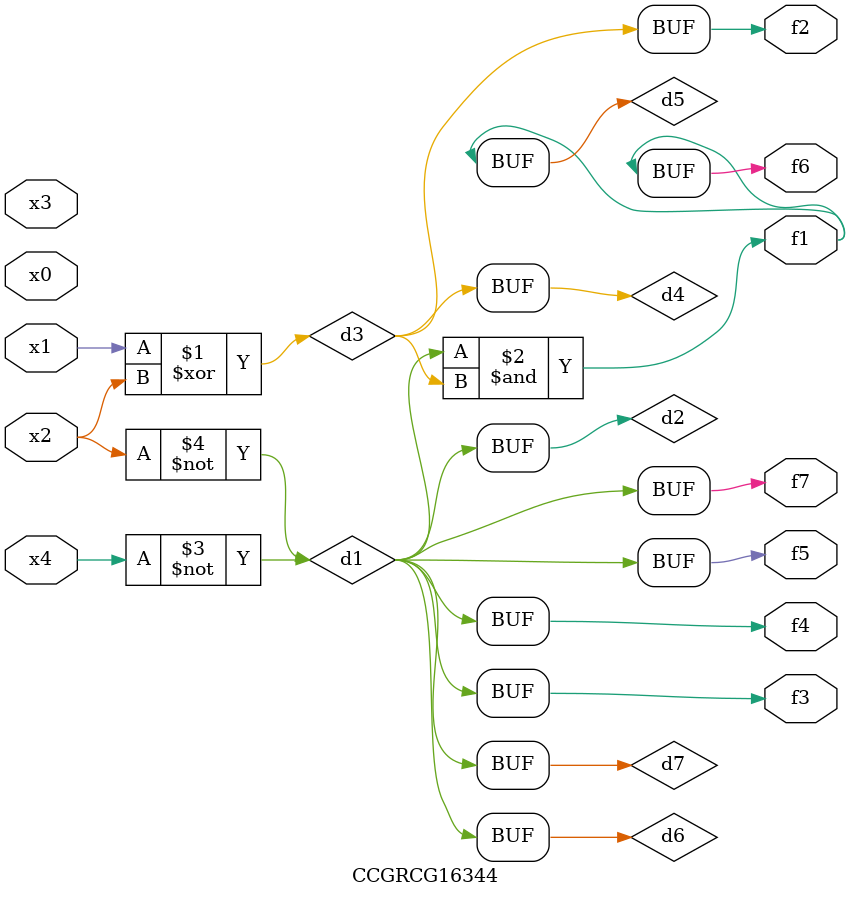
<source format=v>
module CCGRCG16344(
	input x0, x1, x2, x3, x4,
	output f1, f2, f3, f4, f5, f6, f7
);

	wire d1, d2, d3, d4, d5, d6, d7;

	not (d1, x4);
	not (d2, x2);
	xor (d3, x1, x2);
	buf (d4, d3);
	and (d5, d1, d3);
	buf (d6, d1, d2);
	buf (d7, d2);
	assign f1 = d5;
	assign f2 = d4;
	assign f3 = d7;
	assign f4 = d7;
	assign f5 = d7;
	assign f6 = d5;
	assign f7 = d7;
endmodule

</source>
